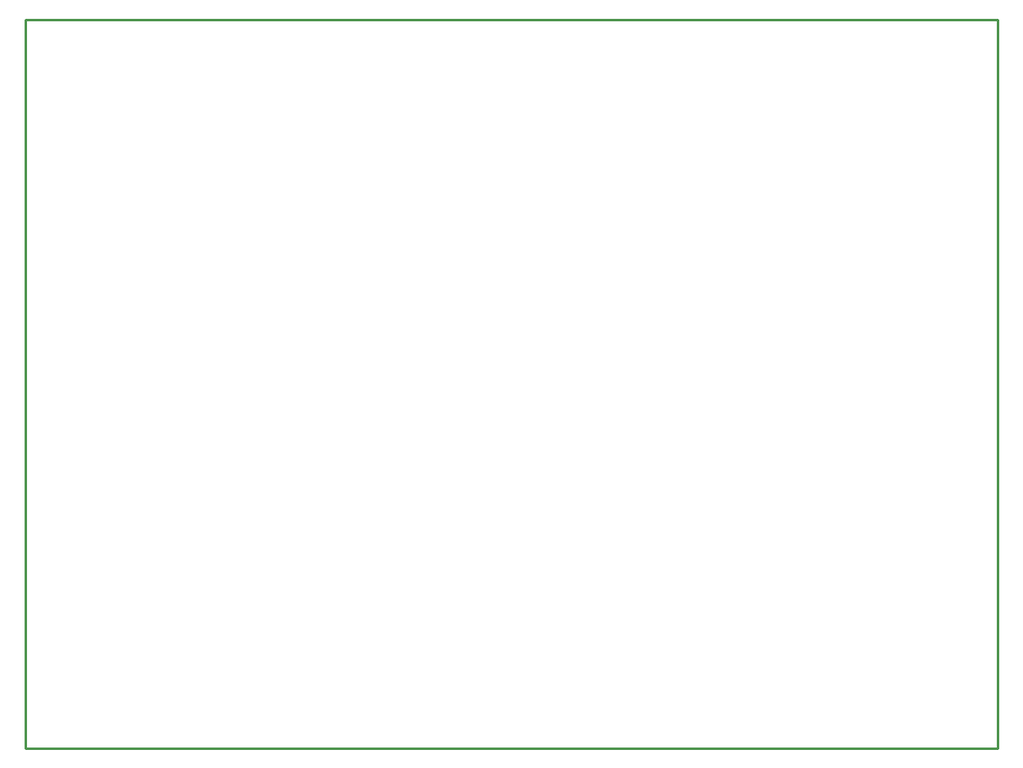
<source format=gbp>
G04*
G04 #@! TF.GenerationSoftware,Altium Limited,Altium Designer,20.0.10 (225)*
G04*
G04 Layer_Color=128*
%FSLAX25Y25*%
%MOIN*%
G70*
G01*
G75*
%ADD14C,0.01000*%
D14*
X0Y-148228D02*
Y148228D01*
X395669D01*
X395669Y-148228D01*
X0D02*
X395669D01*
M02*

</source>
